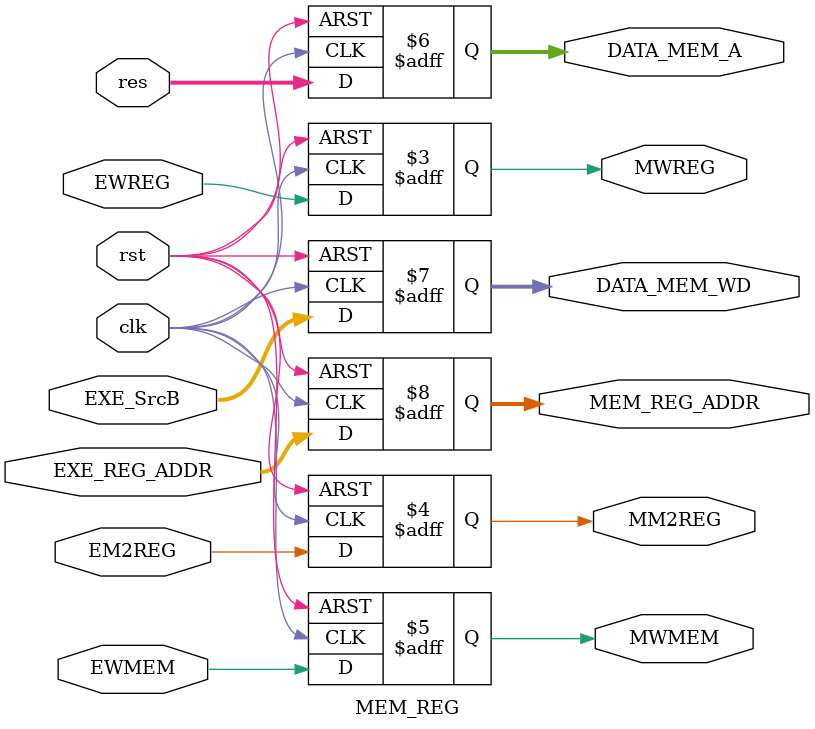
<source format=v>
`timescale 1ns / 1ps
module MEM_REG(
input wire clk,
input wire rst,
input wire EWREG,
input wire EM2REG,
input wire EWMEM,

input wire[31:0] res,
input wire[31:0] EXE_SrcB,
input wire[31:0] EXE_REG_ADDR,

output reg MWREG,
output reg MM2REG,
output reg MWMEM,
output reg[31:0] DATA_MEM_A,
output reg[31:0] DATA_MEM_WD,
output reg[31:0] MEM_REG_ADDR
    );

always@(posedge clk or posedge rst)begin
	if(rst==1) begin
		MWREG <= 0;
		MM2REG <= 0;
		MWMEM <= 0;
		DATA_MEM_A[31:0] <= 32'h0;
		DATA_MEM_WD[31:0] <= 32'h0;
		MEM_REG_ADDR[31:0] <= 32'h0;
	end
	else begin
		MWREG <= EWREG;
		MM2REG <= EM2REG;
		MWMEM <= EWMEM;
		
		DATA_MEM_A[31:0] <= res[31:0];
		DATA_MEM_WD[31:0] <= EXE_SrcB[31:0];
		MEM_REG_ADDR[31:0] <= EXE_REG_ADDR[31:0];
	end
end

endmodule

</source>
